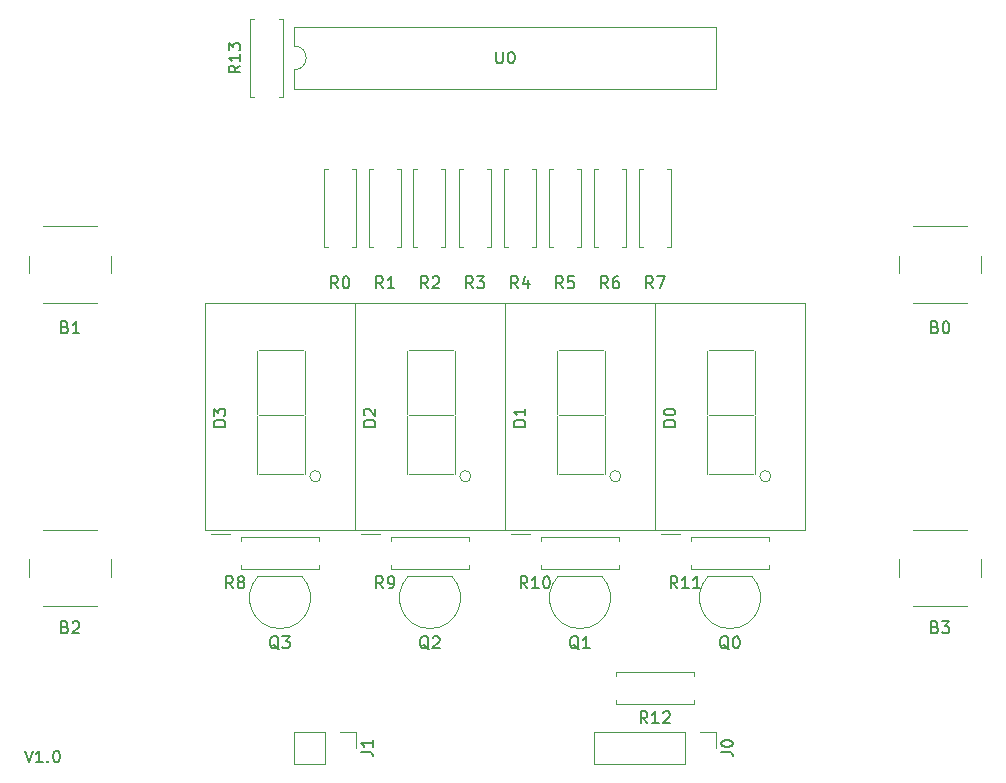
<source format=gbr>
%TF.GenerationSoftware,KiCad,Pcbnew,6.0.7*%
%TF.CreationDate,2022-08-16T20:24:01-07:00*%
%TF.ProjectId,thermometer-digital-min_max-pcb,74686572-6d6f-46d6-9574-65722d646967,rev?*%
%TF.SameCoordinates,Original*%
%TF.FileFunction,Legend,Top*%
%TF.FilePolarity,Positive*%
%FSLAX46Y46*%
G04 Gerber Fmt 4.6, Leading zero omitted, Abs format (unit mm)*
G04 Created by KiCad (PCBNEW 6.0.7) date 2022-08-16 20:24:01*
%MOMM*%
%LPD*%
G01*
G04 APERTURE LIST*
%ADD10C,0.150000*%
%ADD11C,0.120000*%
G04 APERTURE END LIST*
D10*
X110476190Y-109452380D02*
X110809523Y-110452380D01*
X111142857Y-109452380D01*
X112000000Y-110452380D02*
X111428571Y-110452380D01*
X111714285Y-110452380D02*
X111714285Y-109452380D01*
X111619047Y-109595238D01*
X111523809Y-109690476D01*
X111428571Y-109738095D01*
X112428571Y-110357142D02*
X112476190Y-110404761D01*
X112428571Y-110452380D01*
X112380952Y-110404761D01*
X112428571Y-110357142D01*
X112428571Y-110452380D01*
X113095238Y-109452380D02*
X113190476Y-109452380D01*
X113285714Y-109500000D01*
X113333333Y-109547619D01*
X113380952Y-109642857D01*
X113428571Y-109833333D01*
X113428571Y-110071428D01*
X113380952Y-110261904D01*
X113333333Y-110357142D01*
X113285714Y-110404761D01*
X113190476Y-110452380D01*
X113095238Y-110452380D01*
X113000000Y-110404761D01*
X112952380Y-110357142D01*
X112904761Y-110261904D01*
X112857142Y-110071428D01*
X112857142Y-109833333D01*
X112904761Y-109642857D01*
X112952380Y-109547619D01*
X113000000Y-109500000D01*
X113095238Y-109452380D01*
%TO.C,R4*%
X152233333Y-70302380D02*
X151900000Y-69826190D01*
X151661904Y-70302380D02*
X151661904Y-69302380D01*
X152042857Y-69302380D01*
X152138095Y-69350000D01*
X152185714Y-69397619D01*
X152233333Y-69492857D01*
X152233333Y-69635714D01*
X152185714Y-69730952D01*
X152138095Y-69778571D01*
X152042857Y-69826190D01*
X151661904Y-69826190D01*
X153090476Y-69635714D02*
X153090476Y-70302380D01*
X152852380Y-69254761D02*
X152614285Y-69969047D01*
X153233333Y-69969047D01*
%TO.C,R0*%
X136993333Y-70302380D02*
X136660000Y-69826190D01*
X136421904Y-70302380D02*
X136421904Y-69302380D01*
X136802857Y-69302380D01*
X136898095Y-69350000D01*
X136945714Y-69397619D01*
X136993333Y-69492857D01*
X136993333Y-69635714D01*
X136945714Y-69730952D01*
X136898095Y-69778571D01*
X136802857Y-69826190D01*
X136421904Y-69826190D01*
X137612380Y-69302380D02*
X137707619Y-69302380D01*
X137802857Y-69350000D01*
X137850476Y-69397619D01*
X137898095Y-69492857D01*
X137945714Y-69683333D01*
X137945714Y-69921428D01*
X137898095Y-70111904D01*
X137850476Y-70207142D01*
X137802857Y-70254761D01*
X137707619Y-70302380D01*
X137612380Y-70302380D01*
X137517142Y-70254761D01*
X137469523Y-70207142D01*
X137421904Y-70111904D01*
X137374285Y-69921428D01*
X137374285Y-69683333D01*
X137421904Y-69492857D01*
X137469523Y-69397619D01*
X137517142Y-69350000D01*
X137612380Y-69302380D01*
%TO.C,J1*%
X138942380Y-109553333D02*
X139656666Y-109553333D01*
X139799523Y-109600952D01*
X139894761Y-109696190D01*
X139942380Y-109839047D01*
X139942380Y-109934285D01*
X139942380Y-108553333D02*
X139942380Y-109124761D01*
X139942380Y-108839047D02*
X138942380Y-108839047D01*
X139085238Y-108934285D01*
X139180476Y-109029523D01*
X139228095Y-109124761D01*
%TO.C,D2*%
X140152380Y-82018095D02*
X139152380Y-82018095D01*
X139152380Y-81780000D01*
X139200000Y-81637142D01*
X139295238Y-81541904D01*
X139390476Y-81494285D01*
X139580952Y-81446666D01*
X139723809Y-81446666D01*
X139914285Y-81494285D01*
X140009523Y-81541904D01*
X140104761Y-81637142D01*
X140152380Y-81780000D01*
X140152380Y-82018095D01*
X139247619Y-81065714D02*
X139200000Y-81018095D01*
X139152380Y-80922857D01*
X139152380Y-80684761D01*
X139200000Y-80589523D01*
X139247619Y-80541904D01*
X139342857Y-80494285D01*
X139438095Y-80494285D01*
X139580952Y-80541904D01*
X140152380Y-81113333D01*
X140152380Y-80494285D01*
%TO.C,R9*%
X140803333Y-95702380D02*
X140470000Y-95226190D01*
X140231904Y-95702380D02*
X140231904Y-94702380D01*
X140612857Y-94702380D01*
X140708095Y-94750000D01*
X140755714Y-94797619D01*
X140803333Y-94892857D01*
X140803333Y-95035714D01*
X140755714Y-95130952D01*
X140708095Y-95178571D01*
X140612857Y-95226190D01*
X140231904Y-95226190D01*
X141279523Y-95702380D02*
X141470000Y-95702380D01*
X141565238Y-95654761D01*
X141612857Y-95607142D01*
X141708095Y-95464285D01*
X141755714Y-95273809D01*
X141755714Y-94892857D01*
X141708095Y-94797619D01*
X141660476Y-94750000D01*
X141565238Y-94702380D01*
X141374761Y-94702380D01*
X141279523Y-94750000D01*
X141231904Y-94797619D01*
X141184285Y-94892857D01*
X141184285Y-95130952D01*
X141231904Y-95226190D01*
X141279523Y-95273809D01*
X141374761Y-95321428D01*
X141565238Y-95321428D01*
X141660476Y-95273809D01*
X141708095Y-95226190D01*
X141755714Y-95130952D01*
%TO.C,D0*%
X165552380Y-82018095D02*
X164552380Y-82018095D01*
X164552380Y-81780000D01*
X164600000Y-81637142D01*
X164695238Y-81541904D01*
X164790476Y-81494285D01*
X164980952Y-81446666D01*
X165123809Y-81446666D01*
X165314285Y-81494285D01*
X165409523Y-81541904D01*
X165504761Y-81637142D01*
X165552380Y-81780000D01*
X165552380Y-82018095D01*
X164552380Y-80827619D02*
X164552380Y-80732380D01*
X164600000Y-80637142D01*
X164647619Y-80589523D01*
X164742857Y-80541904D01*
X164933333Y-80494285D01*
X165171428Y-80494285D01*
X165361904Y-80541904D01*
X165457142Y-80589523D01*
X165504761Y-80637142D01*
X165552380Y-80732380D01*
X165552380Y-80827619D01*
X165504761Y-80922857D01*
X165457142Y-80970476D01*
X165361904Y-81018095D01*
X165171428Y-81065714D01*
X164933333Y-81065714D01*
X164742857Y-81018095D01*
X164647619Y-80970476D01*
X164600000Y-80922857D01*
X164552380Y-80827619D01*
%TO.C,R1*%
X140803333Y-70302380D02*
X140470000Y-69826190D01*
X140231904Y-70302380D02*
X140231904Y-69302380D01*
X140612857Y-69302380D01*
X140708095Y-69350000D01*
X140755714Y-69397619D01*
X140803333Y-69492857D01*
X140803333Y-69635714D01*
X140755714Y-69730952D01*
X140708095Y-69778571D01*
X140612857Y-69826190D01*
X140231904Y-69826190D01*
X141755714Y-70302380D02*
X141184285Y-70302380D01*
X141470000Y-70302380D02*
X141470000Y-69302380D01*
X141374761Y-69445238D01*
X141279523Y-69540476D01*
X141184285Y-69588095D01*
%TO.C,U0*%
X150368095Y-50262380D02*
X150368095Y-51071904D01*
X150415714Y-51167142D01*
X150463333Y-51214761D01*
X150558571Y-51262380D01*
X150749047Y-51262380D01*
X150844285Y-51214761D01*
X150891904Y-51167142D01*
X150939523Y-51071904D01*
X150939523Y-50262380D01*
X151606190Y-50262380D02*
X151701428Y-50262380D01*
X151796666Y-50310000D01*
X151844285Y-50357619D01*
X151891904Y-50452857D01*
X151939523Y-50643333D01*
X151939523Y-50881428D01*
X151891904Y-51071904D01*
X151844285Y-51167142D01*
X151796666Y-51214761D01*
X151701428Y-51262380D01*
X151606190Y-51262380D01*
X151510952Y-51214761D01*
X151463333Y-51167142D01*
X151415714Y-51071904D01*
X151368095Y-50881428D01*
X151368095Y-50643333D01*
X151415714Y-50452857D01*
X151463333Y-50357619D01*
X151510952Y-50310000D01*
X151606190Y-50262380D01*
%TO.C,R8*%
X128103333Y-95702380D02*
X127770000Y-95226190D01*
X127531904Y-95702380D02*
X127531904Y-94702380D01*
X127912857Y-94702380D01*
X128008095Y-94750000D01*
X128055714Y-94797619D01*
X128103333Y-94892857D01*
X128103333Y-95035714D01*
X128055714Y-95130952D01*
X128008095Y-95178571D01*
X127912857Y-95226190D01*
X127531904Y-95226190D01*
X128674761Y-95130952D02*
X128579523Y-95083333D01*
X128531904Y-95035714D01*
X128484285Y-94940476D01*
X128484285Y-94892857D01*
X128531904Y-94797619D01*
X128579523Y-94750000D01*
X128674761Y-94702380D01*
X128865238Y-94702380D01*
X128960476Y-94750000D01*
X129008095Y-94797619D01*
X129055714Y-94892857D01*
X129055714Y-94940476D01*
X129008095Y-95035714D01*
X128960476Y-95083333D01*
X128865238Y-95130952D01*
X128674761Y-95130952D01*
X128579523Y-95178571D01*
X128531904Y-95226190D01*
X128484285Y-95321428D01*
X128484285Y-95511904D01*
X128531904Y-95607142D01*
X128579523Y-95654761D01*
X128674761Y-95702380D01*
X128865238Y-95702380D01*
X128960476Y-95654761D01*
X129008095Y-95607142D01*
X129055714Y-95511904D01*
X129055714Y-95321428D01*
X129008095Y-95226190D01*
X128960476Y-95178571D01*
X128865238Y-95130952D01*
%TO.C,Q2*%
X144684761Y-100877619D02*
X144589523Y-100830000D01*
X144494285Y-100734761D01*
X144351428Y-100591904D01*
X144256190Y-100544285D01*
X144160952Y-100544285D01*
X144208571Y-100782380D02*
X144113333Y-100734761D01*
X144018095Y-100639523D01*
X143970476Y-100449047D01*
X143970476Y-100115714D01*
X144018095Y-99925238D01*
X144113333Y-99830000D01*
X144208571Y-99782380D01*
X144399047Y-99782380D01*
X144494285Y-99830000D01*
X144589523Y-99925238D01*
X144637142Y-100115714D01*
X144637142Y-100449047D01*
X144589523Y-100639523D01*
X144494285Y-100734761D01*
X144399047Y-100782380D01*
X144208571Y-100782380D01*
X145018095Y-99877619D02*
X145065714Y-99830000D01*
X145160952Y-99782380D01*
X145399047Y-99782380D01*
X145494285Y-99830000D01*
X145541904Y-99877619D01*
X145589523Y-99972857D01*
X145589523Y-100068095D01*
X145541904Y-100210952D01*
X144970476Y-100782380D01*
X145589523Y-100782380D01*
%TO.C,R10*%
X153027142Y-95702380D02*
X152693809Y-95226190D01*
X152455714Y-95702380D02*
X152455714Y-94702380D01*
X152836666Y-94702380D01*
X152931904Y-94750000D01*
X152979523Y-94797619D01*
X153027142Y-94892857D01*
X153027142Y-95035714D01*
X152979523Y-95130952D01*
X152931904Y-95178571D01*
X152836666Y-95226190D01*
X152455714Y-95226190D01*
X153979523Y-95702380D02*
X153408095Y-95702380D01*
X153693809Y-95702380D02*
X153693809Y-94702380D01*
X153598571Y-94845238D01*
X153503333Y-94940476D01*
X153408095Y-94988095D01*
X154598571Y-94702380D02*
X154693809Y-94702380D01*
X154789047Y-94750000D01*
X154836666Y-94797619D01*
X154884285Y-94892857D01*
X154931904Y-95083333D01*
X154931904Y-95321428D01*
X154884285Y-95511904D01*
X154836666Y-95607142D01*
X154789047Y-95654761D01*
X154693809Y-95702380D01*
X154598571Y-95702380D01*
X154503333Y-95654761D01*
X154455714Y-95607142D01*
X154408095Y-95511904D01*
X154360476Y-95321428D01*
X154360476Y-95083333D01*
X154408095Y-94892857D01*
X154455714Y-94797619D01*
X154503333Y-94750000D01*
X154598571Y-94702380D01*
%TO.C,R5*%
X156043333Y-70302380D02*
X155710000Y-69826190D01*
X155471904Y-70302380D02*
X155471904Y-69302380D01*
X155852857Y-69302380D01*
X155948095Y-69350000D01*
X155995714Y-69397619D01*
X156043333Y-69492857D01*
X156043333Y-69635714D01*
X155995714Y-69730952D01*
X155948095Y-69778571D01*
X155852857Y-69826190D01*
X155471904Y-69826190D01*
X156948095Y-69302380D02*
X156471904Y-69302380D01*
X156424285Y-69778571D01*
X156471904Y-69730952D01*
X156567142Y-69683333D01*
X156805238Y-69683333D01*
X156900476Y-69730952D01*
X156948095Y-69778571D01*
X156995714Y-69873809D01*
X156995714Y-70111904D01*
X156948095Y-70207142D01*
X156900476Y-70254761D01*
X156805238Y-70302380D01*
X156567142Y-70302380D01*
X156471904Y-70254761D01*
X156424285Y-70207142D01*
%TO.C,R3*%
X148423333Y-70302380D02*
X148090000Y-69826190D01*
X147851904Y-70302380D02*
X147851904Y-69302380D01*
X148232857Y-69302380D01*
X148328095Y-69350000D01*
X148375714Y-69397619D01*
X148423333Y-69492857D01*
X148423333Y-69635714D01*
X148375714Y-69730952D01*
X148328095Y-69778571D01*
X148232857Y-69826190D01*
X147851904Y-69826190D01*
X148756666Y-69302380D02*
X149375714Y-69302380D01*
X149042380Y-69683333D01*
X149185238Y-69683333D01*
X149280476Y-69730952D01*
X149328095Y-69778571D01*
X149375714Y-69873809D01*
X149375714Y-70111904D01*
X149328095Y-70207142D01*
X149280476Y-70254761D01*
X149185238Y-70302380D01*
X148899523Y-70302380D01*
X148804285Y-70254761D01*
X148756666Y-70207142D01*
%TO.C,B0*%
X187555238Y-73588571D02*
X187698095Y-73636190D01*
X187745714Y-73683809D01*
X187793333Y-73779047D01*
X187793333Y-73921904D01*
X187745714Y-74017142D01*
X187698095Y-74064761D01*
X187602857Y-74112380D01*
X187221904Y-74112380D01*
X187221904Y-73112380D01*
X187555238Y-73112380D01*
X187650476Y-73160000D01*
X187698095Y-73207619D01*
X187745714Y-73302857D01*
X187745714Y-73398095D01*
X187698095Y-73493333D01*
X187650476Y-73540952D01*
X187555238Y-73588571D01*
X187221904Y-73588571D01*
X188412380Y-73112380D02*
X188507619Y-73112380D01*
X188602857Y-73160000D01*
X188650476Y-73207619D01*
X188698095Y-73302857D01*
X188745714Y-73493333D01*
X188745714Y-73731428D01*
X188698095Y-73921904D01*
X188650476Y-74017142D01*
X188602857Y-74064761D01*
X188507619Y-74112380D01*
X188412380Y-74112380D01*
X188317142Y-74064761D01*
X188269523Y-74017142D01*
X188221904Y-73921904D01*
X188174285Y-73731428D01*
X188174285Y-73493333D01*
X188221904Y-73302857D01*
X188269523Y-73207619D01*
X188317142Y-73160000D01*
X188412380Y-73112380D01*
%TO.C,B3*%
X187555238Y-98988571D02*
X187698095Y-99036190D01*
X187745714Y-99083809D01*
X187793333Y-99179047D01*
X187793333Y-99321904D01*
X187745714Y-99417142D01*
X187698095Y-99464761D01*
X187602857Y-99512380D01*
X187221904Y-99512380D01*
X187221904Y-98512380D01*
X187555238Y-98512380D01*
X187650476Y-98560000D01*
X187698095Y-98607619D01*
X187745714Y-98702857D01*
X187745714Y-98798095D01*
X187698095Y-98893333D01*
X187650476Y-98940952D01*
X187555238Y-98988571D01*
X187221904Y-98988571D01*
X188126666Y-98512380D02*
X188745714Y-98512380D01*
X188412380Y-98893333D01*
X188555238Y-98893333D01*
X188650476Y-98940952D01*
X188698095Y-98988571D01*
X188745714Y-99083809D01*
X188745714Y-99321904D01*
X188698095Y-99417142D01*
X188650476Y-99464761D01*
X188555238Y-99512380D01*
X188269523Y-99512380D01*
X188174285Y-99464761D01*
X188126666Y-99417142D01*
%TO.C,R11*%
X165727142Y-95702380D02*
X165393809Y-95226190D01*
X165155714Y-95702380D02*
X165155714Y-94702380D01*
X165536666Y-94702380D01*
X165631904Y-94750000D01*
X165679523Y-94797619D01*
X165727142Y-94892857D01*
X165727142Y-95035714D01*
X165679523Y-95130952D01*
X165631904Y-95178571D01*
X165536666Y-95226190D01*
X165155714Y-95226190D01*
X166679523Y-95702380D02*
X166108095Y-95702380D01*
X166393809Y-95702380D02*
X166393809Y-94702380D01*
X166298571Y-94845238D01*
X166203333Y-94940476D01*
X166108095Y-94988095D01*
X167631904Y-95702380D02*
X167060476Y-95702380D01*
X167346190Y-95702380D02*
X167346190Y-94702380D01*
X167250952Y-94845238D01*
X167155714Y-94940476D01*
X167060476Y-94988095D01*
%TO.C,R13*%
X128722380Y-51442857D02*
X128246190Y-51776190D01*
X128722380Y-52014285D02*
X127722380Y-52014285D01*
X127722380Y-51633333D01*
X127770000Y-51538095D01*
X127817619Y-51490476D01*
X127912857Y-51442857D01*
X128055714Y-51442857D01*
X128150952Y-51490476D01*
X128198571Y-51538095D01*
X128246190Y-51633333D01*
X128246190Y-52014285D01*
X128722380Y-50490476D02*
X128722380Y-51061904D01*
X128722380Y-50776190D02*
X127722380Y-50776190D01*
X127865238Y-50871428D01*
X127960476Y-50966666D01*
X128008095Y-51061904D01*
X127722380Y-50157142D02*
X127722380Y-49538095D01*
X128103333Y-49871428D01*
X128103333Y-49728571D01*
X128150952Y-49633333D01*
X128198571Y-49585714D01*
X128293809Y-49538095D01*
X128531904Y-49538095D01*
X128627142Y-49585714D01*
X128674761Y-49633333D01*
X128722380Y-49728571D01*
X128722380Y-50014285D01*
X128674761Y-50109523D01*
X128627142Y-50157142D01*
%TO.C,R6*%
X159853333Y-70302380D02*
X159520000Y-69826190D01*
X159281904Y-70302380D02*
X159281904Y-69302380D01*
X159662857Y-69302380D01*
X159758095Y-69350000D01*
X159805714Y-69397619D01*
X159853333Y-69492857D01*
X159853333Y-69635714D01*
X159805714Y-69730952D01*
X159758095Y-69778571D01*
X159662857Y-69826190D01*
X159281904Y-69826190D01*
X160710476Y-69302380D02*
X160520000Y-69302380D01*
X160424761Y-69350000D01*
X160377142Y-69397619D01*
X160281904Y-69540476D01*
X160234285Y-69730952D01*
X160234285Y-70111904D01*
X160281904Y-70207142D01*
X160329523Y-70254761D01*
X160424761Y-70302380D01*
X160615238Y-70302380D01*
X160710476Y-70254761D01*
X160758095Y-70207142D01*
X160805714Y-70111904D01*
X160805714Y-69873809D01*
X160758095Y-69778571D01*
X160710476Y-69730952D01*
X160615238Y-69683333D01*
X160424761Y-69683333D01*
X160329523Y-69730952D01*
X160281904Y-69778571D01*
X160234285Y-69873809D01*
%TO.C,B2*%
X113895238Y-98988571D02*
X114038095Y-99036190D01*
X114085714Y-99083809D01*
X114133333Y-99179047D01*
X114133333Y-99321904D01*
X114085714Y-99417142D01*
X114038095Y-99464761D01*
X113942857Y-99512380D01*
X113561904Y-99512380D01*
X113561904Y-98512380D01*
X113895238Y-98512380D01*
X113990476Y-98560000D01*
X114038095Y-98607619D01*
X114085714Y-98702857D01*
X114085714Y-98798095D01*
X114038095Y-98893333D01*
X113990476Y-98940952D01*
X113895238Y-98988571D01*
X113561904Y-98988571D01*
X114514285Y-98607619D02*
X114561904Y-98560000D01*
X114657142Y-98512380D01*
X114895238Y-98512380D01*
X114990476Y-98560000D01*
X115038095Y-98607619D01*
X115085714Y-98702857D01*
X115085714Y-98798095D01*
X115038095Y-98940952D01*
X114466666Y-99512380D01*
X115085714Y-99512380D01*
%TO.C,Q3*%
X131984761Y-100877619D02*
X131889523Y-100830000D01*
X131794285Y-100734761D01*
X131651428Y-100591904D01*
X131556190Y-100544285D01*
X131460952Y-100544285D01*
X131508571Y-100782380D02*
X131413333Y-100734761D01*
X131318095Y-100639523D01*
X131270476Y-100449047D01*
X131270476Y-100115714D01*
X131318095Y-99925238D01*
X131413333Y-99830000D01*
X131508571Y-99782380D01*
X131699047Y-99782380D01*
X131794285Y-99830000D01*
X131889523Y-99925238D01*
X131937142Y-100115714D01*
X131937142Y-100449047D01*
X131889523Y-100639523D01*
X131794285Y-100734761D01*
X131699047Y-100782380D01*
X131508571Y-100782380D01*
X132270476Y-99782380D02*
X132889523Y-99782380D01*
X132556190Y-100163333D01*
X132699047Y-100163333D01*
X132794285Y-100210952D01*
X132841904Y-100258571D01*
X132889523Y-100353809D01*
X132889523Y-100591904D01*
X132841904Y-100687142D01*
X132794285Y-100734761D01*
X132699047Y-100782380D01*
X132413333Y-100782380D01*
X132318095Y-100734761D01*
X132270476Y-100687142D01*
%TO.C,D3*%
X127452380Y-82018095D02*
X126452380Y-82018095D01*
X126452380Y-81780000D01*
X126500000Y-81637142D01*
X126595238Y-81541904D01*
X126690476Y-81494285D01*
X126880952Y-81446666D01*
X127023809Y-81446666D01*
X127214285Y-81494285D01*
X127309523Y-81541904D01*
X127404761Y-81637142D01*
X127452380Y-81780000D01*
X127452380Y-82018095D01*
X126452380Y-81113333D02*
X126452380Y-80494285D01*
X126833333Y-80827619D01*
X126833333Y-80684761D01*
X126880952Y-80589523D01*
X126928571Y-80541904D01*
X127023809Y-80494285D01*
X127261904Y-80494285D01*
X127357142Y-80541904D01*
X127404761Y-80589523D01*
X127452380Y-80684761D01*
X127452380Y-80970476D01*
X127404761Y-81065714D01*
X127357142Y-81113333D01*
%TO.C,B1*%
X113895238Y-73588571D02*
X114038095Y-73636190D01*
X114085714Y-73683809D01*
X114133333Y-73779047D01*
X114133333Y-73921904D01*
X114085714Y-74017142D01*
X114038095Y-74064761D01*
X113942857Y-74112380D01*
X113561904Y-74112380D01*
X113561904Y-73112380D01*
X113895238Y-73112380D01*
X113990476Y-73160000D01*
X114038095Y-73207619D01*
X114085714Y-73302857D01*
X114085714Y-73398095D01*
X114038095Y-73493333D01*
X113990476Y-73540952D01*
X113895238Y-73588571D01*
X113561904Y-73588571D01*
X115085714Y-74112380D02*
X114514285Y-74112380D01*
X114800000Y-74112380D02*
X114800000Y-73112380D01*
X114704761Y-73255238D01*
X114609523Y-73350476D01*
X114514285Y-73398095D01*
%TO.C,R7*%
X163663333Y-70302380D02*
X163330000Y-69826190D01*
X163091904Y-70302380D02*
X163091904Y-69302380D01*
X163472857Y-69302380D01*
X163568095Y-69350000D01*
X163615714Y-69397619D01*
X163663333Y-69492857D01*
X163663333Y-69635714D01*
X163615714Y-69730952D01*
X163568095Y-69778571D01*
X163472857Y-69826190D01*
X163091904Y-69826190D01*
X163996666Y-69302380D02*
X164663333Y-69302380D01*
X164234761Y-70302380D01*
%TO.C,Q1*%
X157384761Y-100877619D02*
X157289523Y-100830000D01*
X157194285Y-100734761D01*
X157051428Y-100591904D01*
X156956190Y-100544285D01*
X156860952Y-100544285D01*
X156908571Y-100782380D02*
X156813333Y-100734761D01*
X156718095Y-100639523D01*
X156670476Y-100449047D01*
X156670476Y-100115714D01*
X156718095Y-99925238D01*
X156813333Y-99830000D01*
X156908571Y-99782380D01*
X157099047Y-99782380D01*
X157194285Y-99830000D01*
X157289523Y-99925238D01*
X157337142Y-100115714D01*
X157337142Y-100449047D01*
X157289523Y-100639523D01*
X157194285Y-100734761D01*
X157099047Y-100782380D01*
X156908571Y-100782380D01*
X158289523Y-100782380D02*
X157718095Y-100782380D01*
X158003809Y-100782380D02*
X158003809Y-99782380D01*
X157908571Y-99925238D01*
X157813333Y-100020476D01*
X157718095Y-100068095D01*
%TO.C,R12*%
X163187142Y-107132380D02*
X162853809Y-106656190D01*
X162615714Y-107132380D02*
X162615714Y-106132380D01*
X162996666Y-106132380D01*
X163091904Y-106180000D01*
X163139523Y-106227619D01*
X163187142Y-106322857D01*
X163187142Y-106465714D01*
X163139523Y-106560952D01*
X163091904Y-106608571D01*
X162996666Y-106656190D01*
X162615714Y-106656190D01*
X164139523Y-107132380D02*
X163568095Y-107132380D01*
X163853809Y-107132380D02*
X163853809Y-106132380D01*
X163758571Y-106275238D01*
X163663333Y-106370476D01*
X163568095Y-106418095D01*
X164520476Y-106227619D02*
X164568095Y-106180000D01*
X164663333Y-106132380D01*
X164901428Y-106132380D01*
X164996666Y-106180000D01*
X165044285Y-106227619D01*
X165091904Y-106322857D01*
X165091904Y-106418095D01*
X165044285Y-106560952D01*
X164472857Y-107132380D01*
X165091904Y-107132380D01*
%TO.C,J0*%
X169422380Y-109553333D02*
X170136666Y-109553333D01*
X170279523Y-109600952D01*
X170374761Y-109696190D01*
X170422380Y-109839047D01*
X170422380Y-109934285D01*
X169422380Y-108886666D02*
X169422380Y-108791428D01*
X169470000Y-108696190D01*
X169517619Y-108648571D01*
X169612857Y-108600952D01*
X169803333Y-108553333D01*
X170041428Y-108553333D01*
X170231904Y-108600952D01*
X170327142Y-108648571D01*
X170374761Y-108696190D01*
X170422380Y-108791428D01*
X170422380Y-108886666D01*
X170374761Y-108981904D01*
X170327142Y-109029523D01*
X170231904Y-109077142D01*
X170041428Y-109124761D01*
X169803333Y-109124761D01*
X169612857Y-109077142D01*
X169517619Y-109029523D01*
X169470000Y-108981904D01*
X169422380Y-108886666D01*
%TO.C,D1*%
X152852380Y-82018095D02*
X151852380Y-82018095D01*
X151852380Y-81780000D01*
X151900000Y-81637142D01*
X151995238Y-81541904D01*
X152090476Y-81494285D01*
X152280952Y-81446666D01*
X152423809Y-81446666D01*
X152614285Y-81494285D01*
X152709523Y-81541904D01*
X152804761Y-81637142D01*
X152852380Y-81780000D01*
X152852380Y-82018095D01*
X152852380Y-80494285D02*
X152852380Y-81065714D01*
X152852380Y-80780000D02*
X151852380Y-80780000D01*
X151995238Y-80875238D01*
X152090476Y-80970476D01*
X152138095Y-81065714D01*
%TO.C,Q0*%
X170084761Y-100877619D02*
X169989523Y-100830000D01*
X169894285Y-100734761D01*
X169751428Y-100591904D01*
X169656190Y-100544285D01*
X169560952Y-100544285D01*
X169608571Y-100782380D02*
X169513333Y-100734761D01*
X169418095Y-100639523D01*
X169370476Y-100449047D01*
X169370476Y-100115714D01*
X169418095Y-99925238D01*
X169513333Y-99830000D01*
X169608571Y-99782380D01*
X169799047Y-99782380D01*
X169894285Y-99830000D01*
X169989523Y-99925238D01*
X170037142Y-100115714D01*
X170037142Y-100449047D01*
X169989523Y-100639523D01*
X169894285Y-100734761D01*
X169799047Y-100782380D01*
X169608571Y-100782380D01*
X170656190Y-99782380D02*
X170751428Y-99782380D01*
X170846666Y-99830000D01*
X170894285Y-99877619D01*
X170941904Y-99972857D01*
X170989523Y-100163333D01*
X170989523Y-100401428D01*
X170941904Y-100591904D01*
X170894285Y-100687142D01*
X170846666Y-100734761D01*
X170751428Y-100782380D01*
X170656190Y-100782380D01*
X170560952Y-100734761D01*
X170513333Y-100687142D01*
X170465714Y-100591904D01*
X170418095Y-100401428D01*
X170418095Y-100163333D01*
X170465714Y-99972857D01*
X170513333Y-99877619D01*
X170560952Y-99830000D01*
X170656190Y-99782380D01*
%TO.C,R2*%
X144613333Y-70302380D02*
X144280000Y-69826190D01*
X144041904Y-70302380D02*
X144041904Y-69302380D01*
X144422857Y-69302380D01*
X144518095Y-69350000D01*
X144565714Y-69397619D01*
X144613333Y-69492857D01*
X144613333Y-69635714D01*
X144565714Y-69730952D01*
X144518095Y-69778571D01*
X144422857Y-69826190D01*
X144041904Y-69826190D01*
X144994285Y-69397619D02*
X145041904Y-69350000D01*
X145137142Y-69302380D01*
X145375238Y-69302380D01*
X145470476Y-69350000D01*
X145518095Y-69397619D01*
X145565714Y-69492857D01*
X145565714Y-69588095D01*
X145518095Y-69730952D01*
X144946666Y-70302380D01*
X145565714Y-70302380D01*
D11*
%TO.C,R4*%
X153770000Y-66770000D02*
X153440000Y-66770000D01*
X153440000Y-60230000D02*
X153770000Y-60230000D01*
X151030000Y-60230000D02*
X151030000Y-66770000D01*
X153770000Y-60230000D02*
X153770000Y-66770000D01*
X151030000Y-66770000D02*
X151360000Y-66770000D01*
X151360000Y-60230000D02*
X151030000Y-60230000D01*
%TO.C,R0*%
X135790000Y-60230000D02*
X135790000Y-66770000D01*
X136120000Y-60230000D02*
X135790000Y-60230000D01*
X138200000Y-60230000D02*
X138530000Y-60230000D01*
X138530000Y-60230000D02*
X138530000Y-66770000D01*
X135790000Y-66770000D02*
X136120000Y-66770000D01*
X138530000Y-66770000D02*
X138200000Y-66770000D01*
%TO.C,J1*%
X135890000Y-110550000D02*
X133290000Y-110550000D01*
X135890000Y-107890000D02*
X133290000Y-107890000D01*
X133290000Y-107890000D02*
X133290000Y-110550000D01*
X137160000Y-107890000D02*
X138490000Y-107890000D01*
X135890000Y-107890000D02*
X135890000Y-110550000D01*
X138490000Y-107890000D02*
X138490000Y-109220000D01*
%TO.C,D2*%
X138900000Y-91117500D02*
X140510000Y-91117500D01*
X142859400Y-81131500D02*
X142859400Y-86033700D01*
X138420000Y-71547500D02*
X151140000Y-71547500D01*
X151140000Y-71547500D02*
X151140000Y-90767500D01*
X146898000Y-81131500D02*
X146898000Y-86033700D01*
X138420000Y-90767500D02*
X151140000Y-90767500D01*
X138420000Y-71547500D02*
X138420000Y-90767500D01*
X142859400Y-75594300D02*
X142859400Y-80953700D01*
X143037200Y-75568900D02*
X146720200Y-75568900D01*
X146898000Y-75594300D02*
X146898000Y-80953700D01*
X143037200Y-86033700D02*
X146720200Y-86033700D01*
X143037200Y-81029900D02*
X146720200Y-81029900D01*
X148242467Y-86219967D02*
G75*
G03*
X148242467Y-86219967I-472467J0D01*
G01*
%TO.C,R9*%
X141510000Y-91340000D02*
X141510000Y-91670000D01*
X148050000Y-94080000D02*
X141510000Y-94080000D01*
X141510000Y-94080000D02*
X141510000Y-93750000D01*
X148050000Y-91670000D02*
X148050000Y-91340000D01*
X148050000Y-91340000D02*
X141510000Y-91340000D01*
X148050000Y-93750000D02*
X148050000Y-94080000D01*
%TO.C,D0*%
X168437200Y-81029900D02*
X172120200Y-81029900D01*
X176540000Y-71547500D02*
X176540000Y-90767500D01*
X168437200Y-75568900D02*
X172120200Y-75568900D01*
X163820000Y-90767500D02*
X176540000Y-90767500D01*
X168259400Y-75594300D02*
X168259400Y-80953700D01*
X172298000Y-75594300D02*
X172298000Y-80953700D01*
X163820000Y-71547500D02*
X176540000Y-71547500D01*
X172298000Y-81131500D02*
X172298000Y-86033700D01*
X168437200Y-86033700D02*
X172120200Y-86033700D01*
X164300000Y-91117500D02*
X165910000Y-91117500D01*
X168259400Y-81131500D02*
X168259400Y-86033700D01*
X163820000Y-71547500D02*
X163820000Y-90767500D01*
X173642467Y-86219967D02*
G75*
G03*
X173642467Y-86219967I-472467J0D01*
G01*
%TO.C,R1*%
X142340000Y-60230000D02*
X142340000Y-66770000D01*
X142340000Y-66770000D02*
X142010000Y-66770000D01*
X142010000Y-60230000D02*
X142340000Y-60230000D01*
X139600000Y-66770000D02*
X139930000Y-66770000D01*
X139600000Y-60230000D02*
X139600000Y-66770000D01*
X139930000Y-60230000D02*
X139600000Y-60230000D01*
%TO.C,U0*%
X133290000Y-53450000D02*
X168970000Y-53450000D01*
X133290000Y-51800000D02*
X133290000Y-53450000D01*
X168970000Y-53450000D02*
X168970000Y-48150000D01*
X133290000Y-48150000D02*
X133290000Y-49800000D01*
X168970000Y-48150000D02*
X133290000Y-48150000D01*
X133290000Y-51800000D02*
G75*
G03*
X133290000Y-49800000I0J1000000D01*
G01*
%TO.C,R8*%
X135350000Y-94080000D02*
X128810000Y-94080000D01*
X135350000Y-91340000D02*
X128810000Y-91340000D01*
X128810000Y-91340000D02*
X128810000Y-91670000D01*
X135350000Y-93750000D02*
X135350000Y-94080000D01*
X128810000Y-94080000D02*
X128810000Y-93750000D01*
X135350000Y-91670000D02*
X135350000Y-91340000D01*
%TO.C,Q2*%
X146580000Y-94670000D02*
X142980000Y-94670000D01*
X144780000Y-99120001D02*
G75*
G03*
X146618478Y-94681522I0J2600001D01*
G01*
X142941522Y-94681522D02*
G75*
G03*
X144780000Y-99120000I1838478J-1838478D01*
G01*
%TO.C,R10*%
X160750000Y-91670000D02*
X160750000Y-91340000D01*
X160750000Y-93750000D02*
X160750000Y-94080000D01*
X160750000Y-94080000D02*
X154210000Y-94080000D01*
X160750000Y-91340000D02*
X154210000Y-91340000D01*
X154210000Y-91340000D02*
X154210000Y-91670000D01*
X154210000Y-94080000D02*
X154210000Y-93750000D01*
%TO.C,R5*%
X154840000Y-60230000D02*
X154840000Y-66770000D01*
X155170000Y-60230000D02*
X154840000Y-60230000D01*
X157250000Y-60230000D02*
X157580000Y-60230000D01*
X157580000Y-60230000D02*
X157580000Y-66770000D01*
X157580000Y-66770000D02*
X157250000Y-66770000D01*
X154840000Y-66770000D02*
X155170000Y-66770000D01*
%TO.C,R3*%
X147550000Y-60230000D02*
X147220000Y-60230000D01*
X149960000Y-60230000D02*
X149960000Y-66770000D01*
X149960000Y-66770000D02*
X149630000Y-66770000D01*
X147220000Y-60230000D02*
X147220000Y-66770000D01*
X147220000Y-66770000D02*
X147550000Y-66770000D01*
X149630000Y-60230000D02*
X149960000Y-60230000D01*
%TO.C,B0*%
X190210000Y-65040000D02*
X185710000Y-65040000D01*
X191460000Y-69040000D02*
X191460000Y-67540000D01*
X185710000Y-71540000D02*
X190210000Y-71540000D01*
X184460000Y-67540000D02*
X184460000Y-69040000D01*
%TO.C,B3*%
X184460000Y-93230000D02*
X184460000Y-94730000D01*
X191460000Y-94730000D02*
X191460000Y-93230000D01*
X190210000Y-90730000D02*
X185710000Y-90730000D01*
X185710000Y-97230000D02*
X190210000Y-97230000D01*
%TO.C,R11*%
X173450000Y-93750000D02*
X173450000Y-94080000D01*
X173450000Y-91670000D02*
X173450000Y-91340000D01*
X173450000Y-91340000D02*
X166910000Y-91340000D01*
X166910000Y-94080000D02*
X166910000Y-93750000D01*
X173450000Y-94080000D02*
X166910000Y-94080000D01*
X166910000Y-91340000D02*
X166910000Y-91670000D01*
%TO.C,R13*%
X129557000Y-54080000D02*
X129557000Y-47540000D01*
X129887000Y-54080000D02*
X129557000Y-54080000D01*
X132297000Y-54080000D02*
X132297000Y-47540000D01*
X132297000Y-47540000D02*
X131967000Y-47540000D01*
X131967000Y-54080000D02*
X132297000Y-54080000D01*
X129557000Y-47540000D02*
X129887000Y-47540000D01*
%TO.C,R6*%
X161060000Y-60230000D02*
X161390000Y-60230000D01*
X161390000Y-60230000D02*
X161390000Y-66770000D01*
X158650000Y-60230000D02*
X158650000Y-66770000D01*
X161390000Y-66770000D02*
X161060000Y-66770000D01*
X158650000Y-66770000D02*
X158980000Y-66770000D01*
X158980000Y-60230000D02*
X158650000Y-60230000D01*
%TO.C,B2*%
X117800000Y-94730000D02*
X117800000Y-93230000D01*
X116550000Y-90730000D02*
X112050000Y-90730000D01*
X110800000Y-93230000D02*
X110800000Y-94730000D01*
X112050000Y-97230000D02*
X116550000Y-97230000D01*
%TO.C,Q3*%
X133880000Y-94670000D02*
X130280000Y-94670000D01*
X130241522Y-94681522D02*
G75*
G03*
X132080000Y-99120000I1838478J-1838478D01*
G01*
X132080000Y-99120001D02*
G75*
G03*
X133918478Y-94681522I0J2600001D01*
G01*
%TO.C,D3*%
X130337200Y-81029900D02*
X134020200Y-81029900D01*
X130159400Y-81131500D02*
X130159400Y-86033700D01*
X130337200Y-75568900D02*
X134020200Y-75568900D01*
X130159400Y-75594300D02*
X130159400Y-80953700D01*
X125720000Y-71547500D02*
X125720000Y-90767500D01*
X138440000Y-71547500D02*
X138440000Y-90767500D01*
X125720000Y-71547500D02*
X138440000Y-71547500D01*
X130337200Y-86033700D02*
X134020200Y-86033700D01*
X125720000Y-90767500D02*
X138440000Y-90767500D01*
X134198000Y-81131500D02*
X134198000Y-86033700D01*
X134198000Y-75594300D02*
X134198000Y-80953700D01*
X126200000Y-91117500D02*
X127810000Y-91117500D01*
X135542467Y-86219967D02*
G75*
G03*
X135542467Y-86219967I-472467J0D01*
G01*
%TO.C,B1*%
X116550000Y-65040000D02*
X112050000Y-65040000D01*
X117800000Y-69040000D02*
X117800000Y-67540000D01*
X110800000Y-67540000D02*
X110800000Y-69040000D01*
X112050000Y-71540000D02*
X116550000Y-71540000D01*
%TO.C,R7*%
X162790000Y-60230000D02*
X162460000Y-60230000D01*
X164870000Y-60230000D02*
X165200000Y-60230000D01*
X165200000Y-66770000D02*
X164870000Y-66770000D01*
X162460000Y-60230000D02*
X162460000Y-66770000D01*
X162460000Y-66770000D02*
X162790000Y-66770000D01*
X165200000Y-60230000D02*
X165200000Y-66770000D01*
%TO.C,Q1*%
X159280000Y-94670000D02*
X155680000Y-94670000D01*
X157480000Y-99120001D02*
G75*
G03*
X159318478Y-94681522I0J2600001D01*
G01*
X155641522Y-94681522D02*
G75*
G03*
X157480000Y-99120000I1838478J-1838478D01*
G01*
%TO.C,R12*%
X167100000Y-105510000D02*
X167100000Y-105180000D01*
X167100000Y-102770000D02*
X167100000Y-103100000D01*
X160560000Y-102770000D02*
X167100000Y-102770000D01*
X160560000Y-105510000D02*
X167100000Y-105510000D01*
X160560000Y-103100000D02*
X160560000Y-102770000D01*
X160560000Y-105180000D02*
X160560000Y-105510000D01*
%TO.C,J0*%
X158690000Y-107890000D02*
X158690000Y-110550000D01*
X166370000Y-107890000D02*
X158690000Y-107890000D01*
X168970000Y-107890000D02*
X168970000Y-109220000D01*
X167640000Y-107890000D02*
X168970000Y-107890000D01*
X166370000Y-107890000D02*
X166370000Y-110550000D01*
X166370000Y-110550000D02*
X158690000Y-110550000D01*
%TO.C,D1*%
X159598000Y-75594300D02*
X159598000Y-80953700D01*
X151120000Y-71547500D02*
X151120000Y-90767500D01*
X151600000Y-91117500D02*
X153210000Y-91117500D01*
X155737200Y-75568900D02*
X159420200Y-75568900D01*
X155559400Y-75594300D02*
X155559400Y-80953700D01*
X155737200Y-81029900D02*
X159420200Y-81029900D01*
X151120000Y-71547500D02*
X163840000Y-71547500D01*
X163840000Y-71547500D02*
X163840000Y-90767500D01*
X159598000Y-81131500D02*
X159598000Y-86033700D01*
X151120000Y-90767500D02*
X163840000Y-90767500D01*
X155559400Y-81131500D02*
X155559400Y-86033700D01*
X155737200Y-86033700D02*
X159420200Y-86033700D01*
X160942467Y-86219967D02*
G75*
G03*
X160942467Y-86219967I-472467J0D01*
G01*
%TO.C,Q0*%
X171980000Y-94670000D02*
X168380000Y-94670000D01*
X170180000Y-99120001D02*
G75*
G03*
X172018478Y-94681522I0J2600001D01*
G01*
X168341522Y-94681522D02*
G75*
G03*
X170180000Y-99120000I1838478J-1838478D01*
G01*
%TO.C,R2*%
X143310000Y-66770000D02*
X143640000Y-66770000D01*
X146050000Y-66770000D02*
X145720000Y-66770000D01*
X143310000Y-60230000D02*
X143310000Y-66770000D01*
X146050000Y-60230000D02*
X146050000Y-66770000D01*
X143640000Y-60230000D02*
X143310000Y-60230000D01*
X145720000Y-60230000D02*
X146050000Y-60230000D01*
%TD*%
M02*

</source>
